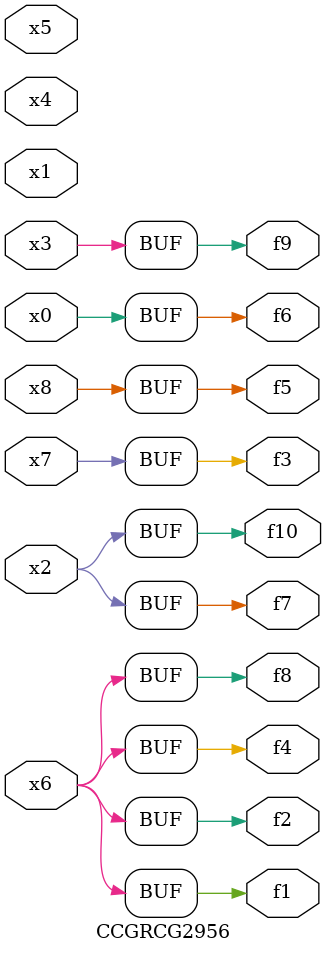
<source format=v>
module CCGRCG2956(
	input x0, x1, x2, x3, x4, x5, x6, x7, x8,
	output f1, f2, f3, f4, f5, f6, f7, f8, f9, f10
);
	assign f1 = x6;
	assign f2 = x6;
	assign f3 = x7;
	assign f4 = x6;
	assign f5 = x8;
	assign f6 = x0;
	assign f7 = x2;
	assign f8 = x6;
	assign f9 = x3;
	assign f10 = x2;
endmodule

</source>
